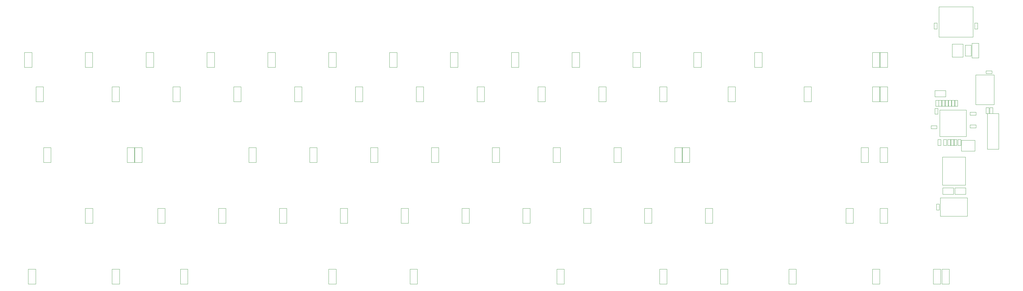
<source format=gbr>
%TF.GenerationSoftware,KiCad,Pcbnew,7.0.11*%
%TF.CreationDate,2024-04-25T10:19:36+05:30*%
%TF.ProjectId,Lexicon 69,4c657869-636f-46e2-9036-392e6b696361,rev?*%
%TF.SameCoordinates,Original*%
%TF.FileFunction,Other,User*%
%FSLAX46Y46*%
G04 Gerber Fmt 4.6, Leading zero omitted, Abs format (unit mm)*
G04 Created by KiCad (PCBNEW 7.0.11) date 2024-04-25 10:19:36*
%MOMM*%
%LPD*%
G01*
G04 APERTURE LIST*
%ADD10C,0.050000*%
G04 APERTURE END LIST*
D10*
%TO.C,R10*%
X354780000Y-101430000D02*
X355720000Y-101430000D01*
X355720000Y-101430000D02*
X355720000Y-99570000D01*
X354780000Y-99570000D02*
X354780000Y-101430000D01*
X355720000Y-99570000D02*
X354780000Y-99570000D01*
%TO.C,D57*%
X278646875Y-133381250D02*
X280946875Y-133381250D01*
X278646875Y-133381250D02*
X278646875Y-138081250D01*
X280946875Y-138081250D02*
X280946875Y-133381250D01*
X278646875Y-138081250D02*
X280946875Y-138081250D01*
%TO.C,R11*%
X353780000Y-101430000D02*
X354720000Y-101430000D01*
X354720000Y-101430000D02*
X354720000Y-99570000D01*
X353780000Y-99570000D02*
X353780000Y-101430000D01*
X354720000Y-99570000D02*
X353780000Y-99570000D01*
%TO.C,D10*%
X105925000Y-89265625D02*
X103625000Y-89265625D01*
X105925000Y-89265625D02*
X105925000Y-84565625D01*
X103625000Y-84565625D02*
X103625000Y-89265625D01*
X105925000Y-84565625D02*
X103625000Y-84565625D01*
%TO.C,C94*%
X361590000Y-103290000D02*
X361590000Y-104210000D01*
X361590000Y-104210000D02*
X363410000Y-104210000D01*
X363410000Y-103290000D02*
X361590000Y-103290000D01*
X363410000Y-104210000D02*
X363410000Y-103290000D01*
%TO.C,D47*%
X250071875Y-114331250D02*
X252371875Y-114331250D01*
X250071875Y-114331250D02*
X250071875Y-119031250D01*
X252371875Y-119031250D02*
X252371875Y-114331250D01*
X250071875Y-119031250D02*
X252371875Y-119031250D01*
%TO.C,D36*%
X220300000Y-89265625D02*
X218000000Y-89265625D01*
X220300000Y-89265625D02*
X220300000Y-84565625D01*
X218000000Y-84565625D02*
X218000000Y-89265625D01*
X220300000Y-84565625D02*
X218000000Y-84565625D01*
%TO.C,D54*%
X283409375Y-152431250D02*
X285709375Y-152431250D01*
X283409375Y-152431250D02*
X283409375Y-157131250D01*
X285709375Y-157131250D02*
X285709375Y-152431250D01*
X283409375Y-157131250D02*
X285709375Y-157131250D01*
%TO.C,C97*%
X350550000Y-96520000D02*
X350550000Y-98480000D01*
X350550000Y-98480000D02*
X353950000Y-98480000D01*
X353950000Y-96520000D02*
X350550000Y-96520000D01*
X353950000Y-98480000D02*
X353950000Y-96520000D01*
%TO.C,D16*%
X131009375Y-95281250D02*
X133309375Y-95281250D01*
X131009375Y-95281250D02*
X131009375Y-99981250D01*
X133309375Y-99981250D02*
X133309375Y-95281250D01*
X131009375Y-99981250D02*
X133309375Y-99981250D01*
%TO.C,C92*%
X355460000Y-111840000D02*
X354540000Y-111840000D01*
X354540000Y-111840000D02*
X354540000Y-113660000D01*
X355460000Y-113660000D02*
X355460000Y-111840000D01*
X354540000Y-113660000D02*
X355460000Y-113660000D01*
%TO.C,D12*%
X97671875Y-114331250D02*
X99971875Y-114331250D01*
X97671875Y-114331250D02*
X97671875Y-119031250D01*
X99971875Y-119031250D02*
X99971875Y-114331250D01*
X97671875Y-119031250D02*
X99971875Y-119031250D01*
%TO.C,D15*%
X124975000Y-89265625D02*
X122675000Y-89265625D01*
X124975000Y-89265625D02*
X124975000Y-84565625D01*
X122675000Y-84565625D02*
X122675000Y-89265625D01*
X124975000Y-84565625D02*
X122675000Y-84565625D01*
%TO.C,Y2*%
X358900000Y-112050000D02*
X363100000Y-112050000D01*
X358900000Y-115450000D02*
X358900000Y-112050000D01*
X363100000Y-112050000D02*
X363100000Y-115450000D01*
X363100000Y-115450000D02*
X358900000Y-115450000D01*
%TO.C,SW65*%
X360750000Y-135850000D02*
X352250000Y-135850000D01*
X360750000Y-130150000D02*
X360750000Y-135850000D01*
X352250000Y-135850000D02*
X352250000Y-130150000D01*
X352250000Y-130150000D02*
X360750000Y-130150000D01*
%TO.C,C84*%
X356832000Y-127020000D02*
X356832000Y-128980000D01*
X356832000Y-128980000D02*
X360232000Y-128980000D01*
X360232000Y-127020000D02*
X356832000Y-127020000D01*
X360232000Y-128980000D02*
X360232000Y-127020000D01*
%TO.C,D30*%
X173871875Y-114331250D02*
X176171875Y-114331250D01*
X173871875Y-114331250D02*
X173871875Y-119031250D01*
X176171875Y-119031250D02*
X176171875Y-114331250D01*
X173871875Y-119031250D02*
X176171875Y-119031250D01*
%TO.C,D27*%
X145296875Y-133381250D02*
X147596875Y-133381250D01*
X145296875Y-133381250D02*
X145296875Y-138081250D01*
X147596875Y-138081250D02*
X147596875Y-133381250D01*
X145296875Y-138081250D02*
X147596875Y-138081250D01*
%TO.C,D17*%
X100053125Y-114331250D02*
X102353125Y-114331250D01*
X100053125Y-114331250D02*
X100053125Y-119031250D01*
X102353125Y-119031250D02*
X102353125Y-114331250D01*
X100053125Y-119031250D02*
X102353125Y-119031250D01*
%TO.C,J5*%
X370550000Y-114900000D02*
X366950000Y-114900000D01*
X370550000Y-103700000D02*
X370550000Y-114900000D01*
X366950000Y-114900000D02*
X366950000Y-103700000D01*
X366950000Y-103700000D02*
X370550000Y-103700000D01*
%TO.C,D56*%
X309600000Y-95281250D02*
X311900000Y-95281250D01*
X309600000Y-95281250D02*
X309600000Y-99981250D01*
X311900000Y-99981250D02*
X311900000Y-95281250D01*
X309600000Y-99981250D02*
X311900000Y-99981250D01*
%TO.C,D22*%
X126246875Y-133381250D02*
X128546875Y-133381250D01*
X126246875Y-133381250D02*
X126246875Y-138081250D01*
X128546875Y-138081250D02*
X128546875Y-133381250D01*
X126246875Y-138081250D02*
X128546875Y-138081250D01*
%TO.C,D26*%
X154821875Y-114331250D02*
X157121875Y-114331250D01*
X154821875Y-114331250D02*
X154821875Y-119031250D01*
X157121875Y-119031250D02*
X157121875Y-114331250D01*
X154821875Y-119031250D02*
X157121875Y-119031250D01*
%TO.C,D35*%
X183396875Y-133381250D02*
X185696875Y-133381250D01*
X183396875Y-133381250D02*
X183396875Y-138081250D01*
X185696875Y-138081250D02*
X185696875Y-133381250D01*
X183396875Y-138081250D02*
X185696875Y-138081250D01*
%TO.C,D6*%
X86859375Y-89265625D02*
X84559375Y-89265625D01*
X86859375Y-89265625D02*
X86859375Y-84565625D01*
X84559375Y-84565625D02*
X84559375Y-89265625D01*
X86859375Y-84565625D02*
X84559375Y-84565625D01*
%TO.C,D45*%
X258325000Y-89265625D02*
X256025000Y-89265625D01*
X258325000Y-89265625D02*
X258325000Y-84565625D01*
X256025000Y-84565625D02*
X256025000Y-89265625D01*
X258325000Y-84565625D02*
X256025000Y-84565625D01*
%TO.C,D74*%
X160775000Y-152431250D02*
X163075000Y-152431250D01*
X160775000Y-152431250D02*
X160775000Y-157131250D01*
X163075000Y-157131250D02*
X163075000Y-152431250D01*
X160775000Y-157131250D02*
X163075000Y-157131250D01*
%TO.C,D43*%
X221496875Y-133381250D02*
X223796875Y-133381250D01*
X221496875Y-133381250D02*
X221496875Y-138081250D01*
X223796875Y-138081250D02*
X223796875Y-133381250D01*
X221496875Y-138081250D02*
X223796875Y-138081250D01*
%TO.C,D60*%
X335715625Y-89265625D02*
X333415625Y-89265625D01*
X335715625Y-89265625D02*
X335715625Y-84565625D01*
X333415625Y-84565625D02*
X333415625Y-89265625D01*
X335715625Y-84565625D02*
X333415625Y-84565625D01*
%TO.C,C85*%
X352790000Y-101410000D02*
X353710000Y-101410000D01*
X353710000Y-101410000D02*
X353710000Y-99590000D01*
X352790000Y-99590000D02*
X352790000Y-101410000D01*
X353710000Y-99590000D02*
X352790000Y-99590000D01*
%TO.C,C90*%
X351160000Y-108460000D02*
X351160000Y-107540000D01*
X351160000Y-107540000D02*
X349340000Y-107540000D01*
X349340000Y-108460000D02*
X351160000Y-108460000D01*
X349340000Y-107540000D02*
X349340000Y-108460000D01*
%TO.C,D55*%
X296425000Y-89265625D02*
X294125000Y-89265625D01*
X296425000Y-89265625D02*
X296425000Y-84565625D01*
X294125000Y-84565625D02*
X294125000Y-89265625D01*
X296425000Y-84565625D02*
X294125000Y-84565625D01*
%TO.C,D133*%
X333415625Y-114331250D02*
X335715625Y-114331250D01*
X333415625Y-114331250D02*
X333415625Y-119031250D01*
X335715625Y-119031250D02*
X335715625Y-114331250D01*
X333415625Y-119031250D02*
X335715625Y-119031250D01*
%TO.C,D1*%
X67825000Y-89265625D02*
X65525000Y-89265625D01*
X67825000Y-89265625D02*
X67825000Y-84565625D01*
X65525000Y-84565625D02*
X65525000Y-89265625D01*
X67825000Y-84565625D02*
X65525000Y-84565625D01*
%TO.C,R12*%
X356470000Y-111820000D02*
X355530000Y-111820000D01*
X355530000Y-111820000D02*
X355530000Y-113680000D01*
X356470000Y-113680000D02*
X356470000Y-111820000D01*
X355530000Y-113680000D02*
X356470000Y-113680000D01*
%TO.C,C82*%
X362200000Y-86300000D02*
X364300000Y-86300000D01*
X364300000Y-86300000D02*
X364300000Y-81700000D01*
X362200000Y-81700000D02*
X362200000Y-86300000D01*
X364300000Y-81700000D02*
X362200000Y-81700000D01*
%TO.C,U4*%
X352900000Y-126150000D02*
X352900000Y-117350000D01*
X360100000Y-126150000D02*
X352900000Y-126150000D01*
X352900000Y-117350000D02*
X360100000Y-117350000D01*
X360100000Y-117350000D02*
X360100000Y-126150000D01*
%TO.C,D66*%
X331034375Y-95281250D02*
X333334375Y-95281250D01*
X331034375Y-95281250D02*
X331034375Y-99981250D01*
X333334375Y-99981250D02*
X333334375Y-95281250D01*
X331034375Y-99981250D02*
X333334375Y-99981250D01*
%TO.C,D77*%
X304840625Y-152431250D02*
X307140625Y-152431250D01*
X304840625Y-152431250D02*
X304840625Y-157131250D01*
X307140625Y-157131250D02*
X307140625Y-152431250D01*
X304840625Y-157131250D02*
X307140625Y-157131250D01*
%TO.C,D3*%
X71478125Y-114331250D02*
X73778125Y-114331250D01*
X71478125Y-114331250D02*
X71478125Y-119031250D01*
X73778125Y-119031250D02*
X73778125Y-114331250D01*
X71478125Y-119031250D02*
X73778125Y-119031250D01*
%TO.C,D64*%
X333415625Y-133381250D02*
X335715625Y-133381250D01*
X333415625Y-133381250D02*
X333415625Y-138081250D01*
X335715625Y-138081250D02*
X335715625Y-133381250D01*
X333415625Y-138081250D02*
X335715625Y-138081250D01*
%TO.C,D7*%
X92909375Y-95281250D02*
X95209375Y-95281250D01*
X92909375Y-95281250D02*
X92909375Y-99981250D01*
X95209375Y-99981250D02*
X95209375Y-95281250D01*
X92909375Y-99981250D02*
X95209375Y-99981250D01*
%TO.C,D62*%
X322700000Y-133381250D02*
X325000000Y-133381250D01*
X322700000Y-133381250D02*
X322700000Y-138081250D01*
X325000000Y-138081250D02*
X325000000Y-133381250D01*
X322700000Y-138081250D02*
X325000000Y-138081250D01*
%TO.C,D48*%
X240546875Y-133381250D02*
X242846875Y-133381250D01*
X240546875Y-133381250D02*
X240546875Y-138081250D01*
X242846875Y-138081250D02*
X242846875Y-133381250D01*
X240546875Y-138081250D02*
X242846875Y-138081250D01*
%TO.C,D32*%
X201175000Y-89265625D02*
X198875000Y-89265625D01*
X201175000Y-89265625D02*
X201175000Y-84565625D01*
X198875000Y-84565625D02*
X198875000Y-89265625D01*
X201175000Y-84565625D02*
X198875000Y-84565625D01*
%TO.C,R2*%
X350280000Y-77180000D02*
X351220000Y-77180000D01*
X351220000Y-77180000D02*
X351220000Y-75320000D01*
X350280000Y-75320000D02*
X350280000Y-77180000D01*
X351220000Y-75320000D02*
X350280000Y-75320000D01*
%TO.C,D37*%
X226259375Y-95281250D02*
X228559375Y-95281250D01*
X226259375Y-95281250D02*
X226259375Y-99981250D01*
X228559375Y-99981250D02*
X228559375Y-95281250D01*
X226259375Y-99981250D02*
X228559375Y-99981250D01*
%TO.C,D53*%
X259596875Y-133381250D02*
X261896875Y-133381250D01*
X259596875Y-133381250D02*
X259596875Y-138081250D01*
X261896875Y-138081250D02*
X261896875Y-133381250D01*
X259596875Y-138081250D02*
X261896875Y-138081250D01*
%TO.C,D70*%
X271503125Y-114331250D02*
X273803125Y-114331250D01*
X271503125Y-114331250D02*
X271503125Y-119031250D01*
X273803125Y-119031250D02*
X273803125Y-114331250D01*
X271503125Y-119031250D02*
X273803125Y-119031250D01*
%TO.C,C70*%
X351960000Y-132090000D02*
X351040000Y-132090000D01*
X351040000Y-132090000D02*
X351040000Y-133910000D01*
X351960000Y-133910000D02*
X351960000Y-132090000D01*
X351040000Y-133910000D02*
X351960000Y-133910000D01*
%TO.C,D20*%
X150059375Y-95281250D02*
X152359375Y-95281250D01*
X150059375Y-95281250D02*
X150059375Y-99981250D01*
X152359375Y-99981250D02*
X152359375Y-95281250D01*
X150059375Y-99981250D02*
X152359375Y-99981250D01*
%TO.C,C89*%
X368410000Y-91210000D02*
X368410000Y-90290000D01*
X368410000Y-90290000D02*
X366590000Y-90290000D01*
X366590000Y-91210000D02*
X368410000Y-91210000D01*
X366590000Y-90290000D02*
X366590000Y-91210000D01*
%TO.C,D46*%
X264359375Y-95281250D02*
X266659375Y-95281250D01*
X264359375Y-95281250D02*
X264359375Y-99981250D01*
X266659375Y-99981250D02*
X266659375Y-95281250D01*
X264359375Y-99981250D02*
X266659375Y-99981250D01*
%TO.C,D14*%
X92965625Y-152431250D02*
X95265625Y-152431250D01*
X92965625Y-152431250D02*
X92965625Y-157131250D01*
X95265625Y-157131250D02*
X95265625Y-152431250D01*
X92965625Y-157131250D02*
X95265625Y-157131250D01*
%TO.C,D50*%
X277375000Y-89265625D02*
X275075000Y-89265625D01*
X277375000Y-89265625D02*
X277375000Y-84565625D01*
X275075000Y-84565625D02*
X275075000Y-89265625D01*
X277375000Y-84565625D02*
X275075000Y-84565625D01*
%TO.C,C93*%
X361590000Y-107290000D02*
X361590000Y-108210000D01*
X361590000Y-108210000D02*
X363410000Y-108210000D01*
X363410000Y-107290000D02*
X361590000Y-107290000D01*
X363410000Y-108210000D02*
X363410000Y-107290000D01*
%TO.C,R14*%
X366530000Y-103680000D02*
X367470000Y-103680000D01*
X367470000Y-103680000D02*
X367470000Y-101820000D01*
X366530000Y-101820000D02*
X366530000Y-103680000D01*
X367470000Y-101820000D02*
X366530000Y-101820000D01*
%TO.C,D28*%
X182125000Y-89265625D02*
X179825000Y-89265625D01*
X182125000Y-89265625D02*
X182125000Y-84565625D01*
X179825000Y-84565625D02*
X179825000Y-89265625D01*
X182125000Y-84565625D02*
X179825000Y-84565625D01*
%TO.C,D2*%
X69096875Y-95281250D02*
X71396875Y-95281250D01*
X69096875Y-95281250D02*
X69096875Y-99981250D01*
X71396875Y-99981250D02*
X71396875Y-95281250D01*
X69096875Y-99981250D02*
X71396875Y-99981250D01*
%TO.C,U5*%
X360370000Y-110870000D02*
X352130000Y-110870000D01*
X360370000Y-102630000D02*
X360370000Y-110870000D01*
X352130000Y-110870000D02*
X352130000Y-102630000D01*
X352130000Y-102630000D02*
X360370000Y-102630000D01*
%TO.C,R7*%
X351530000Y-113680000D02*
X352470000Y-113680000D01*
X352470000Y-113680000D02*
X352470000Y-111820000D01*
X351530000Y-111820000D02*
X351530000Y-113680000D01*
X352470000Y-111820000D02*
X351530000Y-111820000D01*
%TO.C,D72*%
X232212500Y-152431250D02*
X234512500Y-152431250D01*
X232212500Y-152431250D02*
X232212500Y-157131250D01*
X234512500Y-157131250D02*
X234512500Y-152431250D01*
X232212500Y-157131250D02*
X234512500Y-157131250D01*
%TO.C,D49*%
X264359375Y-152431250D02*
X266659375Y-152431250D01*
X264359375Y-152431250D02*
X264359375Y-157131250D01*
X266659375Y-157131250D02*
X266659375Y-152431250D01*
X264359375Y-157131250D02*
X266659375Y-157131250D01*
%TO.C,C80*%
X358710000Y-111840000D02*
X357790000Y-111840000D01*
X357790000Y-111840000D02*
X357790000Y-113660000D01*
X358710000Y-113660000D02*
X358710000Y-111840000D01*
X357790000Y-113660000D02*
X358710000Y-113660000D01*
%TO.C,D41*%
X245309375Y-95281250D02*
X247609375Y-95281250D01*
X245309375Y-95281250D02*
X245309375Y-99981250D01*
X247609375Y-99981250D02*
X247609375Y-95281250D01*
X245309375Y-99981250D02*
X247609375Y-99981250D01*
%TO.C,D52*%
X269121875Y-114331250D02*
X271421875Y-114331250D01*
X269121875Y-114331250D02*
X269121875Y-119031250D01*
X271421875Y-119031250D02*
X271421875Y-114331250D01*
X269121875Y-119031250D02*
X271421875Y-119031250D01*
%TO.C,C95*%
X355790000Y-101410000D02*
X356710000Y-101410000D01*
X356710000Y-101410000D02*
X356710000Y-99590000D01*
X355790000Y-99590000D02*
X355790000Y-101410000D01*
X356710000Y-99590000D02*
X355790000Y-99590000D01*
%TO.C,U6*%
X363390000Y-100900000D02*
X363390000Y-91600000D01*
X369110000Y-100900000D02*
X363390000Y-100900000D01*
X363390000Y-91600000D02*
X369110000Y-91600000D01*
X369110000Y-91600000D02*
X369110000Y-100900000D01*
%TO.C,D58*%
X331034375Y-152431250D02*
X333334375Y-152431250D01*
X331034375Y-152431250D02*
X331034375Y-157131250D01*
X333334375Y-157131250D02*
X333334375Y-152431250D01*
X331034375Y-157131250D02*
X333334375Y-157131250D01*
%TO.C,D31*%
X164346875Y-133381250D02*
X166646875Y-133381250D01*
X164346875Y-133381250D02*
X164346875Y-138081250D01*
X166646875Y-138081250D02*
X166646875Y-133381250D01*
X164346875Y-138081250D02*
X166646875Y-138081250D01*
%TO.C,D23*%
X186215625Y-152431250D02*
X188515625Y-152431250D01*
X186215625Y-152431250D02*
X186215625Y-157131250D01*
X188515625Y-157131250D02*
X188515625Y-152431250D01*
X186215625Y-157131250D02*
X188515625Y-157131250D01*
%TO.C,D73*%
X114340625Y-152431250D02*
X116640625Y-152431250D01*
X114340625Y-152431250D02*
X114340625Y-157131250D01*
X116640625Y-157131250D02*
X116640625Y-152431250D01*
X114340625Y-157131250D02*
X116640625Y-157131250D01*
%TO.C,D61*%
X327462500Y-114331250D02*
X329762500Y-114331250D01*
X327462500Y-114331250D02*
X327462500Y-119031250D01*
X329762500Y-119031250D02*
X329762500Y-114331250D01*
X327462500Y-119031250D02*
X329762500Y-119031250D01*
%TO.C,U2*%
X356000000Y-86050000D02*
X356000000Y-81950000D01*
X359400000Y-86050000D02*
X356000000Y-86050000D01*
X356000000Y-81950000D02*
X359400000Y-81950000D01*
X359400000Y-81950000D02*
X359400000Y-86050000D01*
%TO.C,D19*%
X144025000Y-89265625D02*
X141725000Y-89265625D01*
X144025000Y-89265625D02*
X144025000Y-84565625D01*
X141725000Y-84565625D02*
X141725000Y-89265625D01*
X144025000Y-84565625D02*
X141725000Y-84565625D01*
%TO.C,D4*%
X84575000Y-133381250D02*
X86875000Y-133381250D01*
X84575000Y-133381250D02*
X84575000Y-138081250D01*
X86875000Y-138081250D02*
X86875000Y-133381250D01*
X84575000Y-138081250D02*
X86875000Y-138081250D01*
%TO.C,D24*%
X163075000Y-89265625D02*
X160775000Y-89265625D01*
X163075000Y-89265625D02*
X163075000Y-84565625D01*
X160775000Y-84565625D02*
X160775000Y-89265625D01*
X163075000Y-84565625D02*
X160775000Y-84565625D01*
%TO.C,D11*%
X111959375Y-95281250D02*
X114259375Y-95281250D01*
X111959375Y-95281250D02*
X111959375Y-99981250D01*
X114259375Y-99981250D02*
X114259375Y-95281250D01*
X111959375Y-99981250D02*
X114259375Y-99981250D01*
%TO.C,C88*%
X356790000Y-101410000D02*
X357710000Y-101410000D01*
X357710000Y-101410000D02*
X357710000Y-99590000D01*
X356790000Y-99590000D02*
X356790000Y-101410000D01*
X357710000Y-99590000D02*
X356790000Y-99590000D01*
%TO.C,D38*%
X211971875Y-114331250D02*
X214271875Y-114331250D01*
X211971875Y-114331250D02*
X211971875Y-119031250D01*
X214271875Y-119031250D02*
X214271875Y-114331250D01*
X211971875Y-119031250D02*
X214271875Y-119031250D01*
%TO.C,J2*%
X351867500Y-70290000D02*
X362507500Y-70290000D01*
X351867500Y-79710000D02*
X351867500Y-70290000D01*
X351867500Y-79710000D02*
X362507500Y-79710000D01*
X362507500Y-79710000D02*
X362507500Y-70290000D01*
%TO.C,D33*%
X207209375Y-95281250D02*
X209509375Y-95281250D01*
X207209375Y-95281250D02*
X207209375Y-99981250D01*
X209509375Y-99981250D02*
X209509375Y-95281250D01*
X207209375Y-99981250D02*
X209509375Y-99981250D01*
%TO.C,C91*%
X350790000Y-101410000D02*
X351710000Y-101410000D01*
X351710000Y-101410000D02*
X351710000Y-99590000D01*
X350790000Y-99590000D02*
X350790000Y-101410000D01*
X351710000Y-99590000D02*
X350790000Y-99590000D01*
%TO.C,D39*%
X202446875Y-133381250D02*
X204746875Y-133381250D01*
X202446875Y-133381250D02*
X202446875Y-138081250D01*
X204746875Y-138081250D02*
X204746875Y-133381250D01*
X202446875Y-138081250D02*
X204746875Y-138081250D01*
%TO.C,C83*%
X353022000Y-127020000D02*
X353022000Y-128980000D01*
X353022000Y-128980000D02*
X356422000Y-128980000D01*
X356422000Y-127020000D02*
X353022000Y-127020000D01*
X356422000Y-128980000D02*
X356422000Y-127020000D01*
%TO.C,D132*%
X333415625Y-95281250D02*
X335715625Y-95281250D01*
X333415625Y-95281250D02*
X333415625Y-99981250D01*
X335715625Y-99981250D02*
X335715625Y-95281250D01*
X333415625Y-99981250D02*
X335715625Y-99981250D01*
%TO.C,D51*%
X285790625Y-95281250D02*
X288090625Y-95281250D01*
X285790625Y-95281250D02*
X285790625Y-99981250D01*
X288090625Y-99981250D02*
X288090625Y-95281250D01*
X285790625Y-99981250D02*
X288090625Y-99981250D01*
%TO.C,D40*%
X239275000Y-89265625D02*
X236975000Y-89265625D01*
X239275000Y-89265625D02*
X239275000Y-84565625D01*
X236975000Y-84565625D02*
X236975000Y-89265625D01*
X239275000Y-84565625D02*
X236975000Y-84565625D01*
%TO.C,D5*%
X66715625Y-152431250D02*
X69015625Y-152431250D01*
X66715625Y-152431250D02*
X66715625Y-157131250D01*
X69015625Y-157131250D02*
X69015625Y-152431250D01*
X66715625Y-157131250D02*
X69015625Y-157131250D01*
%TO.C,D25*%
X169109375Y-95281250D02*
X171409375Y-95281250D01*
X169109375Y-95281250D02*
X169109375Y-99981250D01*
X171409375Y-99981250D02*
X171409375Y-95281250D01*
X169109375Y-99981250D02*
X171409375Y-99981250D01*
%TO.C,D34*%
X192921875Y-114331250D02*
X195221875Y-114331250D01*
X192921875Y-114331250D02*
X192921875Y-119031250D01*
X195221875Y-119031250D02*
X195221875Y-114331250D01*
X192921875Y-119031250D02*
X195221875Y-119031250D01*
%TO.C,F1*%
X360050000Y-85680000D02*
X361950000Y-85680000D01*
X361950000Y-85680000D02*
X361950000Y-82320000D01*
X360050000Y-82320000D02*
X360050000Y-85680000D01*
X361950000Y-82320000D02*
X360050000Y-82320000D01*
%TO.C,D42*%
X231021875Y-114331250D02*
X233321875Y-114331250D01*
X231021875Y-114331250D02*
X231021875Y-119031250D01*
X233321875Y-119031250D02*
X233321875Y-114331250D01*
X231021875Y-119031250D02*
X233321875Y-119031250D01*
%TO.C,R1*%
X363030000Y-77180000D02*
X363970000Y-77180000D01*
X363970000Y-77180000D02*
X363970000Y-75320000D01*
X363030000Y-75320000D02*
X363030000Y-77180000D01*
X363970000Y-75320000D02*
X363030000Y-75320000D01*
%TO.C,D21*%
X135771875Y-114331250D02*
X138071875Y-114331250D01*
X135771875Y-114331250D02*
X135771875Y-119031250D01*
X138071875Y-119031250D02*
X138071875Y-114331250D01*
X135771875Y-119031250D02*
X138071875Y-119031250D01*
%TO.C,D65*%
X333334375Y-89265625D02*
X331034375Y-89265625D01*
X333334375Y-89265625D02*
X333334375Y-84565625D01*
X331034375Y-84565625D02*
X331034375Y-89265625D01*
X333334375Y-84565625D02*
X331034375Y-84565625D01*
%TO.C,D18*%
X107196875Y-133381250D02*
X109496875Y-133381250D01*
X107196875Y-133381250D02*
X107196875Y-138081250D01*
X109496875Y-138081250D02*
X109496875Y-133381250D01*
X107196875Y-138081250D02*
X109496875Y-138081250D01*
%TO.C,C96*%
X350540000Y-103910000D02*
X351460000Y-103910000D01*
X351460000Y-103910000D02*
X351460000Y-102090000D01*
X350540000Y-102090000D02*
X350540000Y-103910000D01*
X351460000Y-102090000D02*
X350540000Y-102090000D01*
%TO.C,C87*%
X354210000Y-111840000D02*
X353290000Y-111840000D01*
X353290000Y-111840000D02*
X353290000Y-113660000D01*
X354210000Y-113660000D02*
X354210000Y-111840000D01*
X353290000Y-113660000D02*
X354210000Y-113660000D01*
%TO.C,C81*%
X357460000Y-111840000D02*
X356540000Y-111840000D01*
X356540000Y-111840000D02*
X356540000Y-113660000D01*
X357460000Y-113660000D02*
X357460000Y-111840000D01*
X356540000Y-113660000D02*
X357460000Y-113660000D01*
%TO.C,R13*%
X367780000Y-103680000D02*
X368720000Y-103680000D01*
X368720000Y-103680000D02*
X368720000Y-101820000D01*
X367780000Y-101820000D02*
X367780000Y-103680000D01*
X368720000Y-101820000D02*
X367780000Y-101820000D01*
%TO.C,D134*%
X352765625Y-152431250D02*
X355065625Y-152431250D01*
X352765625Y-152431250D02*
X352765625Y-157131250D01*
X355065625Y-157131250D02*
X355065625Y-152431250D01*
X352765625Y-157131250D02*
X355065625Y-157131250D01*
%TO.C,D63*%
X350084375Y-152431250D02*
X352384375Y-152431250D01*
X350084375Y-152431250D02*
X350084375Y-157131250D01*
X352384375Y-157131250D02*
X352384375Y-152431250D01*
X350084375Y-157131250D02*
X352384375Y-157131250D01*
%TO.C,D29*%
X188159375Y-95281250D02*
X190459375Y-95281250D01*
X188159375Y-95281250D02*
X188159375Y-99981250D01*
X190459375Y-99981250D02*
X190459375Y-95281250D01*
X188159375Y-99981250D02*
X190459375Y-99981250D01*
%TO.C,C86*%
X351790000Y-101410000D02*
X352710000Y-101410000D01*
X352710000Y-101410000D02*
X352710000Y-99590000D01*
X351790000Y-99590000D02*
X351790000Y-101410000D01*
X352710000Y-99590000D02*
X351790000Y-99590000D01*
%TD*%
M02*

</source>
